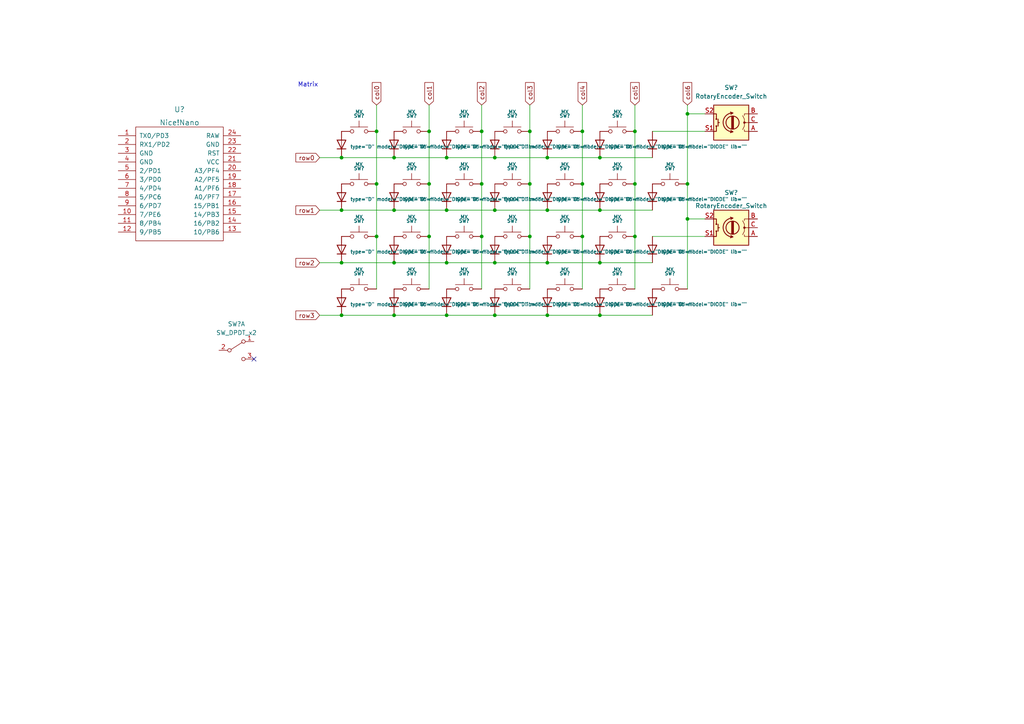
<source format=kicad_sch>
(kicad_sch (version 20211123) (generator eeschema)
  (paper "A4")
  (lib_symbols
    (symbol "Device:RotaryEncoder_Switch" (pin_names (offset 0.254) hide)
      (property "Reference" "SW" (at 0 6.604 0))
      (property "Value" "RotaryEncoder_Switch" (at 0 -6.604 0))
      (symbol "RotaryEncoder_Switch_0_1"
        (rectangle (start -5.08 5.08) (end 5.08 -5.08) (stroke (width 0.254)) (fill (type background)))
        (circle (center -3.81 0) (radius 0.254) (fill (type outline)))
        (arc (start -0.381 -2.794) (mid 2.3622 -0.0508) (end -0.381 2.667) (stroke (width 0.254)))
        (circle (center -0.381 0) (radius 1.905) (stroke (width 0.254)))
        (polyline (pts (xy -0.635 -1.778) (xy -0.635 1.778)) (stroke (width 0.254)))
        (polyline (pts (xy -0.381 -1.778) (xy -0.381 1.778)) (stroke (width 0.254)))
        (polyline (pts (xy -0.127 1.778) (xy -0.127 -1.778)) (stroke (width 0.254)))
        (polyline (pts (xy 3.81 0) (xy 3.429 0)) (stroke (width 0.254)))
        (polyline (pts (xy 3.81 1.016) (xy 3.81 -1.016)) (stroke (width 0.254)))
        (polyline (pts (xy -5.08 -2.54) (xy -3.81 -2.54) (xy -3.81 -2.032)))
        (polyline (pts (xy -5.08 2.54) (xy -3.81 2.54) (xy -3.81 2.032)))
        (polyline (pts (xy 0.254 -3.048) (xy -0.508 -2.794) (xy 0.127 -2.413)) (stroke (width 0.254)))
        (polyline (pts (xy 0.254 2.921) (xy -0.508 2.667) (xy 0.127 2.286)) (stroke (width 0.254)))
        (polyline (pts (xy 5.08 -2.54) (xy 4.318 -2.54) (xy 4.318 -1.016)) (stroke (width 0.254)))
        (polyline (pts (xy 5.08 2.54) (xy 4.318 2.54) (xy 4.318 1.016)) (stroke (width 0.254)))
        (polyline (pts (xy -5.08 0) (xy -3.81 0) (xy -3.81 -1.016) (xy -3.302 -2.032)))
        (polyline (pts (xy -4.318 0) (xy -3.81 0) (xy -3.81 1.016) (xy -3.302 2.032)))
        (circle (center 4.318 -1.016) (radius 0.127) (stroke (width 0.254)))
        (circle (center 4.318 1.016) (radius 0.127) (stroke (width 0.254)))
      )
      (symbol "RotaryEncoder_Switch_1_1"
        (pin passive line (at -7.62 2.54 0) (length 2.54) (name "A") (number "A"))
        (pin passive line (at -7.62 -2.54 0) (length 2.54) (name "B") (number "B"))
        (pin passive line (at -7.62 0 0) (length 2.54) (name "C") (number "C"))
        (pin passive line (at 7.62 2.54 180) (length 2.54) (name "S1") (number "S1"))
        (pin passive line (at 7.62 -2.54 180) (length 2.54) (name "S2") (number "S2"))
      )
    )
    (symbol "Simulation_SPICE:DIODE" (pin_numbers hide) (pin_names (offset 1.016) hide)
      (property "Reference" "D" (at 0 2.54 0))
      (property "Value" "DIODE" (at 0 -2.54 0))
      (symbol "DIODE_0_1"
        (polyline (pts (xy 1.27 0) (xy -1.27 0)))
        (polyline (pts (xy 1.27 1.27) (xy 1.27 -1.27)) (stroke (width 0.254)))
        (polyline (pts (xy -1.27 -1.27) (xy -1.27 1.27) (xy 1.27 0) (xy -1.27 -1.27)) (stroke (width 0.254)))
      )
      (symbol "DIODE_1_1"
        (pin passive line (at -3.81 0 0) (length 2.54) (name "A") (number "1"))
        (pin passive line (at 3.81 0 180) (length 2.54) (name "K") (number "2"))
      )
    )
    (symbol "Switch:SW_DPDT_x2" (pin_names (offset 0) hide)
      (property "Reference" "SW" (at 0 4.318 0))
      (property "Value" "SW_DPDT_x2" (at 0 -5.08 0))
      (symbol "SW_DPDT_x2_0_0"
        (circle (center -2.032 0) (radius 0.508))
        (circle (center 2.032 -2.54) (radius 0.508))
      )
      (symbol "SW_DPDT_x2_0_1"
        (polyline (pts (xy -1.524 0.254) (xy 1.651 2.286)))
        (circle (center 2.032 2.54) (radius 0.508))
      )
      (symbol "SW_DPDT_x2_1_1"
        (pin passive line (at 5.08 2.54 180) (length 2.54) (name "A") (number "1"))
        (pin passive line (at -5.08 0 0) (length 2.54) (name "B") (number "2"))
        (pin passive line (at 5.08 -2.54 180) (length 2.54) (name "C") (number "3"))
      )
      (symbol "SW_DPDT_x2_2_1"
        (pin passive line (at 5.08 2.54 180) (length 2.54) (name "A") (number "4"))
        (pin passive line (at -5.08 0 0) (length 2.54) (name "B") (number "5"))
        (pin passive line (at 5.08 -2.54 180) (length 2.54) (name "C") (number "6"))
      )
    )
    (symbol "Switch:SW_Push" (pin_numbers hide) (pin_names (offset 1.016) hide)
      (property "Reference" "SW" (at 1.27 2.54 0))
      (property "Value" "SW_Push" (at 0 -1.524 0))
      (symbol "SW_Push_0_1"
        (circle (center -2.032 0) (radius 0.508))
        (polyline (pts (xy 0 1.27) (xy 0 3.048)))
        (polyline (pts (xy 2.54 1.27) (xy -2.54 1.27)))
        (circle (center 2.032 0) (radius 0.508))
        (pin passive line (at -5.08 0 0) (length 2.54) (name "1") (number "1"))
        (pin passive line (at 5.08 0 180) (length 2.54) (name "2") (number "2"))
      )
    )
    (symbol "keebio:ProMicro" (pin_names (offset 1.016))
      (property "Reference" "U" (at 0 0 0))
      (property "Value" "ProMicro" (at 0 -19.05 0))
      (symbol "ProMicro_0_1"
        (rectangle (start -12.7 -16.51) (end 12.7 16.51))
      )
      (symbol "ProMicro_1_1"
        (pin input line (at -17.78 13.97 0) (length 5.08) (name "TX0/PD3") (number "1"))
        (pin input line (at -17.78 -8.89 0) (length 5.08) (name "7/PE6") (number "10"))
        (pin input line (at -17.78 -11.43 0) (length 5.08) (name "8/PB4") (number "11"))
        (pin input line (at -17.78 -13.97 0) (length 5.08) (name "9/PB5") (number "12"))
        (pin input line (at 17.78 -13.97 180) (length 5.08) (name "10/PB6") (number "13"))
        (pin input line (at 17.78 -11.43 180) (length 5.08) (name "16/PB2") (number "14"))
        (pin input line (at 17.78 -8.89 180) (length 5.08) (name "14/PB3") (number "15"))
        (pin input line (at 17.78 -6.35 180) (length 5.08) (name "15/PB1") (number "16"))
        (pin input line (at 17.78 -3.81 180) (length 5.08) (name "A0/PF7") (number "17"))
        (pin input line (at 17.78 -1.27 180) (length 5.08) (name "A1/PF6") (number "18"))
        (pin input line (at 17.78 1.27 180) (length 5.08) (name "A2/PF5") (number "19"))
        (pin input line (at -17.78 11.43 0) (length 5.08) (name "RX1/PD2") (number "2"))
        (pin input line (at 17.78 3.81 180) (length 5.08) (name "A3/PF4") (number "20"))
        (pin input line (at 17.78 6.35 180) (length 5.08) (name "VCC") (number "21"))
        (pin input line (at 17.78 8.89 180) (length 5.08) (name "RST") (number "22"))
        (pin input line (at 17.78 11.43 180) (length 5.08) (name "GND") (number "23"))
        (pin input line (at 17.78 13.97 180) (length 5.08) (name "RAW") (number "24"))
        (pin input line (at -17.78 8.89 0) (length 5.08) (name "GND") (number "3"))
        (pin input line (at -17.78 6.35 0) (length 5.08) (name "GND") (number "4"))
        (pin input line (at -17.78 3.81 0) (length 5.08) (name "2/PD1") (number "5"))
        (pin input line (at -17.78 1.27 0) (length 5.08) (name "3/PD0") (number "6"))
        (pin input line (at -17.78 -1.27 0) (length 5.08) (name "4/PD4") (number "7"))
        (pin input line (at -17.78 -3.81 0) (length 5.08) (name "5/PC6") (number "8"))
        (pin input line (at -17.78 -6.35 0) (length 5.08) (name "6/PD7") (number "9"))
      )
    )
  )
  (junction (at 99.06 76.2))
  (junction (at 184.15 53.34))
  (junction (at 158.75 45.72))
  (junction (at 129.54 76.2))
  (junction (at 184.15 38.1))
  (junction (at 158.75 76.2))
  (junction (at 139.7 53.34))
  (junction (at 173.99 60.96))
  (junction (at 168.91 53.34))
  (junction (at 199.39 33.02))
  (junction (at 99.06 60.96))
  (junction (at 124.46 53.34))
  (junction (at 158.75 60.96))
  (junction (at 129.54 60.96))
  (junction (at 199.39 63.5))
  (junction (at 153.67 38.1))
  (junction (at 114.3 45.72))
  (junction (at 153.67 53.34))
  (junction (at 184.15 68.58))
  (junction (at 99.06 91.44))
  (junction (at 129.54 45.72))
  (junction (at 99.06 45.72))
  (junction (at 114.3 91.44))
  (junction (at 139.7 38.1))
  (junction (at 114.3 76.2))
  (junction (at 158.75 91.44))
  (junction (at 143.51 76.2))
  (junction (at 143.51 60.96))
  (junction (at 173.99 76.2))
  (junction (at 143.51 45.72))
  (junction (at 109.22 68.58))
  (junction (at 173.99 91.44))
  (junction (at 173.99 45.72))
  (junction (at 124.46 68.58))
  (junction (at 109.22 38.1))
  (junction (at 168.91 68.58))
  (junction (at 139.7 68.58))
  (junction (at 199.39 53.34))
  (junction (at 114.3 60.96))
  (junction (at 168.91 38.1))
  (junction (at 109.22 53.34))
  (junction (at 143.51 91.44))
  (junction (at 129.54 91.44))
  (junction (at 153.67 68.58))
  (junction (at 124.46 38.1))
  (no_connect (at 73.66 104.14))
  (wire (pts (xy 173.99 60.96) (xy 189.23 60.96)))
  (wire (pts (xy 139.7 68.58) (xy 139.7 83.82)))
  (wire (pts (xy 199.39 33.02) (xy 199.39 53.34)))
  (wire (pts (xy 173.99 45.72) (xy 189.23 45.72)))
  (wire (pts (xy 189.23 38.1) (xy 204.47 38.1)))
  (wire (pts (xy 92.71 45.72) (xy 99.06 45.72)))
  (wire (pts (xy 114.3 45.72) (xy 129.54 45.72)))
  (wire (pts (xy 99.06 76.2) (xy 114.3 76.2)))
  (wire (pts (xy 129.54 60.96) (xy 143.51 60.96)))
  (wire (pts (xy 109.22 68.58) (xy 109.22 83.82)))
  (wire (pts (xy 184.15 30.48) (xy 184.15 38.1)))
  (wire (pts (xy 199.39 33.02) (xy 204.47 33.02)))
  (wire (pts (xy 158.75 91.44) (xy 173.99 91.44)))
  (wire (pts (xy 114.3 91.44) (xy 129.54 91.44)))
  (wire (pts (xy 168.91 30.48) (xy 168.91 38.1)))
  (wire (pts (xy 99.06 60.96) (xy 114.3 60.96)))
  (wire (pts (xy 124.46 53.34) (xy 124.46 68.58)))
  (wire (pts (xy 139.7 30.48) (xy 139.7 38.1)))
  (wire (pts (xy 124.46 30.48) (xy 124.46 38.1)))
  (wire (pts (xy 99.06 45.72) (xy 114.3 45.72)))
  (wire (pts (xy 184.15 68.58) (xy 184.15 83.82)))
  (wire (pts (xy 109.22 53.34) (xy 109.22 68.58)))
  (wire (pts (xy 143.51 91.44) (xy 158.75 91.44)))
  (wire (pts (xy 143.51 76.2) (xy 158.75 76.2)))
  (wire (pts (xy 184.15 53.34) (xy 184.15 68.58)))
  (wire (pts (xy 129.54 45.72) (xy 143.51 45.72)))
  (wire (pts (xy 168.91 53.34) (xy 168.91 68.58)))
  (wire (pts (xy 139.7 38.1) (xy 139.7 53.34)))
  (wire (pts (xy 153.67 38.1) (xy 153.67 53.34)))
  (wire (pts (xy 189.23 68.58) (xy 204.47 68.58)))
  (wire (pts (xy 109.22 38.1) (xy 109.22 53.34)))
  (wire (pts (xy 153.67 68.58) (xy 153.67 83.82)))
  (wire (pts (xy 139.7 53.34) (xy 139.7 68.58)))
  (wire (pts (xy 173.99 76.2) (xy 189.23 76.2)))
  (wire (pts (xy 129.54 91.44) (xy 143.51 91.44)))
  (wire (pts (xy 109.22 30.48) (xy 109.22 38.1)))
  (wire (pts (xy 124.46 38.1) (xy 124.46 53.34)))
  (wire (pts (xy 158.75 60.96) (xy 173.99 60.96)))
  (wire (pts (xy 99.06 91.44) (xy 114.3 91.44)))
  (wire (pts (xy 92.71 76.2) (xy 99.06 76.2)))
  (wire (pts (xy 158.75 76.2) (xy 173.99 76.2)))
  (wire (pts (xy 153.67 30.48) (xy 153.67 38.1)))
  (wire (pts (xy 199.39 63.5) (xy 204.47 63.5)))
  (wire (pts (xy 114.3 76.2) (xy 129.54 76.2)))
  (wire (pts (xy 129.54 76.2) (xy 143.51 76.2)))
  (wire (pts (xy 143.51 45.72) (xy 158.75 45.72)))
  (wire (pts (xy 114.3 60.96) (xy 129.54 60.96)))
  (wire (pts (xy 199.39 30.48) (xy 199.39 33.02)))
  (wire (pts (xy 168.91 68.58) (xy 168.91 83.82)))
  (wire (pts (xy 168.91 38.1) (xy 168.91 53.34)))
  (wire (pts (xy 143.51 60.96) (xy 158.75 60.96)))
  (wire (pts (xy 92.71 60.96) (xy 99.06 60.96)))
  (wire (pts (xy 124.46 68.58) (xy 124.46 83.82)))
  (wire (pts (xy 92.71 91.44) (xy 99.06 91.44)))
  (wire (pts (xy 184.15 38.1) (xy 184.15 53.34)))
  (wire (pts (xy 199.39 63.5) (xy 199.39 83.82)))
  (wire (pts (xy 158.75 45.72) (xy 173.99 45.72)))
  (wire (pts (xy 199.39 53.34) (xy 199.39 63.5)))
  (wire (pts (xy 153.67 53.34) (xy 153.67 68.58)))
  (wire (pts (xy 173.99 91.44) (xy 189.23 91.44)))
  (text "Matrix" (at 86.36 25.4 0) (effects (font (size 1.27 1.27)) (justify left bottom)))
  (global_label "row3" (shape input) (at 92.71 91.44 180) (property "Intersheet References" "${INTERSHEET_REFS}" (effects hide)))
  (global_label "row1" (shape input) (at 92.71 60.96 180) (property "Intersheet References" "${INTERSHEET_REFS}" (effects hide)))
  (global_label "row0" (shape input) (at 92.71 45.72 180) (property "Intersheet References" "${INTERSHEET_REFS}" (effects hide)))
  (global_label "col2" (shape input) (at 139.7 30.48 90) (property "Intersheet References" "${INTERSHEET_REFS}" (effects hide)))
  (global_label "col0" (shape input) (at 109.22 30.48 90) (property "Intersheet References" "${INTERSHEET_REFS}" (effects hide)))
  (global_label "col1" (shape input) (at 124.46 30.48 90) (property "Intersheet References" "${INTERSHEET_REFS}" (effects hide)))
  (global_label "row2" (shape input) (at 92.71 76.2 180) (property "Intersheet References" "${INTERSHEET_REFS}" (effects hide)))
  (global_label "col4" (shape input) (at 168.91 30.48 90) (property "Intersheet References" "${INTERSHEET_REFS}" (effects hide)))
  (global_label "col3" (shape input) (at 153.67 30.48 90) (property "Intersheet References" "${INTERSHEET_REFS}" (effects hide)))
  (global_label "col5" (shape input) (at 184.15 30.48 90) (property "Intersheet References" "${INTERSHEET_REFS}" (effects hide)))
  (global_label "col6" (shape input) (at 199.39 30.48 90) (property "Intersheet References" "${INTERSHEET_REFS}" (effects hide)))
  (symbol (lib_id "Switch:SW_Push") (at 163.83 53.34 0) (unit 1)
    (property "Reference" "SW?" (at 163.83 48.26 0) (effects (font (size 1 1)) (justify top)))
    (property "Value" "MX" (at 163.83 48.26 0) (effects (font (size 1 1)) (justify bottom)))
  )
  (symbol (lib_id "Switch:SW_Push") (at 104.14 38.1 0) (unit 1)
    (property "Reference" "SW?" (at 104.14 33.02 0) (effects (font (size 1 1)) (justify top)))
    (property "Value" "MX" (at 104.14 33.02 0) (effects (font (size 1 1)) (justify bottom)))
  )
  (symbol (lib_id "Switch:SW_Push") (at 148.59 38.1 0) (unit 1)
    (property "Reference" "SW?" (at 148.59 33.02 0) (effects (font (size 1 1)) (justify top)))
    (property "Value" "MX" (at 148.59 33.02 0) (effects (font (size 1 1)) (justify bottom)))
  )
  (symbol (lib_id "Switch:SW_Push") (at 104.14 68.58 0) (unit 1)
    (property "Reference" "SW?" (at 104.14 63.5 0) (effects (font (size 1 1)) (justify top)))
    (property "Value" "MX" (at 104.14 63.5 0) (effects (font (size 1 1)) (justify bottom)))
  )
  (symbol (lib_id "Simulation_SPICE:DIODE") (at 99.06 57.15 270) (unit 1)
    (property "Reference" "D?" (effects hide))
    (property "Value" "DIODE" (at 101.6 57.785 90) (effects (font (size 1 1)) (justify left)))
    (property "Spice_Netlist_Enabled" "Y" (effects hide))
    (property "Spice_Primitive" "D" (effects hide))
  )
  (symbol (lib_id "Switch:SW_Push") (at 179.07 53.34 0) (unit 1)
    (property "Reference" "SW?" (at 179.07 48.26 0) (effects (font (size 1 1)) (justify top)))
    (property "Value" "MX" (at 179.07 48.26 0) (effects (font (size 1 1)) (justify bottom)))
  )
  (symbol (lib_id "Simulation_SPICE:DIODE") (at 158.75 72.39 270) (unit 1)
    (property "Reference" "D?" (effects hide))
    (property "Value" "DIODE" (at 161.29 73.025 90) (effects (font (size 1 1)) (justify left)))
    (property "Spice_Netlist_Enabled" "Y" (effects hide))
    (property "Spice_Primitive" "D" (effects hide))
  )
  (symbol (lib_id "Simulation_SPICE:DIODE") (at 173.99 57.15 270) (unit 1)
    (property "Reference" "D?" (effects hide))
    (property "Value" "DIODE" (at 176.53 57.785 90) (effects (font (size 1 1)) (justify left)))
    (property "Spice_Netlist_Enabled" "Y" (effects hide))
    (property "Spice_Primitive" "D" (effects hide))
  )
  (symbol (lib_id "Simulation_SPICE:DIODE") (at 143.51 87.63 270) (unit 1)
    (property "Reference" "D?" (effects hide))
    (property "Value" "DIODE" (at 146.05 88.265 90) (effects (font (size 1 1)) (justify left)))
    (property "Spice_Netlist_Enabled" "Y" (effects hide))
    (property "Spice_Primitive" "D" (effects hide))
  )
  (symbol (lib_id "Simulation_SPICE:DIODE") (at 189.23 57.15 270) (unit 1)
    (property "Reference" "D?" (effects hide))
    (property "Value" "DIODE" (at 191.77 57.785 90) (effects (font (size 1 1)) (justify left)))
    (property "Spice_Netlist_Enabled" "Y" (effects hide))
    (property "Spice_Primitive" "D" (effects hide))
  )
  (symbol (lib_id "Simulation_SPICE:DIODE") (at 129.54 41.91 270) (unit 1)
    (property "Reference" "D?" (effects hide))
    (property "Value" "DIODE" (at 132.08 42.545 90) (effects (font (size 1 1)) (justify left)))
    (property "Spice_Netlist_Enabled" "Y" (effects hide))
    (property "Spice_Primitive" "D" (effects hide))
  )
  (symbol (lib_id "Simulation_SPICE:DIODE") (at 189.23 72.39 270) (unit 1)
    (property "Reference" "D?" (effects hide))
    (property "Value" "DIODE" (at 191.77 73.025 90) (effects (font (size 1 1)) (justify left)))
    (property "Spice_Netlist_Enabled" "Y" (effects hide))
    (property "Spice_Primitive" "D" (effects hide))
  )
  (symbol (lib_id "Simulation_SPICE:DIODE") (at 129.54 87.63 270) (unit 1)
    (property "Reference" "D?" (effects hide))
    (property "Value" "DIODE" (at 132.08 88.265 90) (effects (font (size 1 1)) (justify left)))
    (property "Spice_Netlist_Enabled" "Y" (effects hide))
    (property "Spice_Primitive" "D" (effects hide))
  )
  (symbol (lib_id "Simulation_SPICE:DIODE") (at 129.54 57.15 270) (unit 1)
    (property "Reference" "D?" (effects hide))
    (property "Value" "DIODE" (at 132.08 57.785 90) (effects (font (size 1 1)) (justify left)))
    (property "Spice_Netlist_Enabled" "Y" (effects hide))
    (property "Spice_Primitive" "D" (effects hide))
  )
  (symbol (lib_id "Simulation_SPICE:DIODE") (at 143.51 57.15 270) (unit 1)
    (property "Reference" "D?" (effects hide))
    (property "Value" "DIODE" (at 146.05 57.785 90) (effects (font (size 1 1)) (justify left)))
    (property "Spice_Netlist_Enabled" "Y" (effects hide))
    (property "Spice_Primitive" "D" (effects hide))
  )
  (symbol (lib_id "Switch:SW_Push") (at 148.59 53.34 0) (unit 1)
    (property "Reference" "SW?" (at 148.59 48.26 0) (effects (font (size 1 1)) (justify top)))
    (property "Value" "MX" (at 148.59 48.26 0) (effects (font (size 1 1)) (justify bottom)))
  )
  (symbol (lib_id "Switch:SW_Push") (at 163.83 38.1 0) (unit 1)
    (property "Reference" "SW?" (at 163.83 33.02 0) (effects (font (size 1 1)) (justify top)))
    (property "Value" "MX" (at 163.83 33.02 0) (effects (font (size 1 1)) (justify bottom)))
  )
  (symbol (lib_id "Switch:SW_Push") (at 134.62 83.82 0) (unit 1)
    (property "Reference" "SW?" (at 134.62 78.74 0) (effects (font (size 1 1)) (justify top)))
    (property "Value" "MX" (at 134.62 78.74 0) (effects (font (size 1 1)) (justify bottom)))
  )
  (symbol (lib_id "Simulation_SPICE:DIODE") (at 173.99 87.63 270) (unit 1)
    (property "Reference" "D?" (effects hide))
    (property "Value" "DIODE" (at 176.53 88.265 90) (effects (font (size 1 1)) (justify left)))
    (property "Spice_Netlist_Enabled" "Y" (effects hide))
    (property "Spice_Primitive" "D" (effects hide))
  )
  (symbol (lib_id "Switch:SW_Push") (at 119.38 38.1 0) (unit 1)
    (property "Reference" "SW?" (at 119.38 33.02 0) (effects (font (size 1 1)) (justify top)))
    (property "Value" "MX" (at 119.38 33.02 0) (effects (font (size 1 1)) (justify bottom)))
  )
  (symbol (lib_id "Switch:SW_Push") (at 163.83 68.58 0) (unit 1)
    (property "Reference" "SW?" (at 163.83 63.5 0) (effects (font (size 1 1)) (justify top)))
    (property "Value" "MX" (at 163.83 63.5 0) (effects (font (size 1 1)) (justify bottom)))
  )
  (symbol (lib_id "Switch:SW_Push") (at 104.14 53.34 0) (unit 1)
    (property "Reference" "SW?" (at 104.14 48.26 0) (effects (font (size 1 1)) (justify top)))
    (property "Value" "MX" (at 104.14 48.26 0) (effects (font (size 1 1)) (justify bottom)))
  )
  (symbol (lib_id "Switch:SW_Push") (at 104.14 83.82 0) (unit 1)
    (property "Reference" "SW?" (at 104.14 78.74 0) (effects (font (size 1 1)) (justify top)))
    (property "Value" "MX" (at 104.14 78.74 0) (effects (font (size 1 1)) (justify bottom)))
  )
  (symbol (lib_id "Simulation_SPICE:DIODE") (at 173.99 72.39 270) (unit 1)
    (property "Reference" "D?" (effects hide))
    (property "Value" "DIODE" (at 176.53 73.025 90) (effects (font (size 1 1)) (justify left)))
    (property "Spice_Netlist_Enabled" "Y" (effects hide))
    (property "Spice_Primitive" "D" (effects hide))
  )
  (symbol (lib_id "Simulation_SPICE:DIODE") (at 158.75 41.91 270) (unit 1)
    (property "Reference" "D?" (effects hide))
    (property "Value" "DIODE" (at 161.29 42.545 90) (effects (font (size 1 1)) (justify left)))
    (property "Spice_Netlist_Enabled" "Y" (effects hide))
    (property "Spice_Primitive" "D" (effects hide))
  )
  (symbol (lib_id "Switch:SW_Push") (at 179.07 38.1 0) (unit 1)
    (property "Reference" "SW?" (at 179.07 33.02 0) (effects (font (size 1 1)) (justify top)))
    (property "Value" "MX" (at 179.07 33.02 0) (effects (font (size 1 1)) (justify bottom)))
  )
  (symbol (lib_id "Switch:SW_Push") (at 134.62 53.34 0) (unit 1)
    (property "Reference" "SW?" (at 134.62 48.26 0) (effects (font (size 1 1)) (justify top)))
    (property "Value" "MX" (at 134.62 48.26 0) (effects (font (size 1 1)) (justify bottom)))
  )
  (symbol (lib_id "Device:RotaryEncoder_Switch") (at 212.09 35.56 180) (unit 1)
    (property "Reference" "SW?" (at 212.09 25.4 0))
    (property "Value" "RotaryEncoder_Switch" (at 212.09 27.94 0))
  )
  (symbol (lib_id "Simulation_SPICE:DIODE") (at 99.06 72.39 270) (unit 1)
    (property "Reference" "D?" (effects hide))
    (property "Value" "DIODE" (at 101.6 73.025 90) (effects (font (size 1 1)) (justify left)))
    (property "Spice_Netlist_Enabled" "Y" (effects hide))
    (property "Spice_Primitive" "D" (effects hide))
  )
  (symbol (lib_id "Simulation_SPICE:DIODE") (at 114.3 41.91 270) (unit 1)
    (property "Reference" "D?" (effects hide))
    (property "Value" "DIODE" (at 116.84 42.545 90) (effects (font (size 1 1)) (justify left)))
    (property "Spice_Netlist_Enabled" "Y" (effects hide))
    (property "Spice_Primitive" "D" (effects hide))
  )
  (symbol (lib_id "Simulation_SPICE:DIODE") (at 143.51 41.91 270) (unit 1)
    (property "Reference" "D?" (effects hide))
    (property "Value" "DIODE" (at 146.05 42.545 90) (effects (font (size 1 1)) (justify left)))
    (property "Spice_Netlist_Enabled" "Y" (effects hide))
    (property "Spice_Primitive" "D" (effects hide))
  )
  (symbol (lib_id "Switch:SW_Push") (at 119.38 68.58 0) (unit 1)
    (property "Reference" "SW?" (at 119.38 63.5 0) (effects (font (size 1 1)) (justify top)))
    (property "Value" "MX" (at 119.38 63.5 0) (effects (font (size 1 1)) (justify bottom)))
  )
  (symbol (lib_id "Switch:SW_Push") (at 179.07 68.58 0) (unit 1)
    (property "Reference" "SW?" (at 179.07 63.5 0) (effects (font (size 1 1)) (justify top)))
    (property "Value" "MX" (at 179.07 63.5 0) (effects (font (size 1 1)) (justify bottom)))
  )
  (symbol (lib_id "Switch:SW_Push") (at 119.38 83.82 0) (unit 1)
    (property "Reference" "SW?" (at 119.38 78.74 0) (effects (font (size 1 1)) (justify top)))
    (property "Value" "MX" (at 119.38 78.74 0) (effects (font (size 1 1)) (justify bottom)))
  )
  (symbol (lib_id "Simulation_SPICE:DIODE") (at 173.99 41.91 270) (unit 1)
    (property "Reference" "D?" (effects hide))
    (property "Value" "DIODE" (at 176.53 42.545 90) (effects (font (size 1 1)) (justify left)))
    (property "Spice_Netlist_Enabled" "Y" (effects hide))
    (property "Spice_Primitive" "D" (effects hide))
  )
  (symbol (lib_id "keebio:ProMicro") (at 52.07 53.34 0) (unit 1)
    (property "Reference" "U?" (at 52.07 31.75 0) (effects (font (size 1.524 1.524))))
    (property "Value" "Nice!Nano" (at 52.07 35.56 0) (effects (font (size 1.524 1.524))))
  )
  (symbol (lib_id "Simulation_SPICE:DIODE") (at 129.54 72.39 270) (unit 1)
    (property "Reference" "D?" (effects hide))
    (property "Value" "DIODE" (at 132.08 73.025 90) (effects (font (size 1 1)) (justify left)))
    (property "Spice_Netlist_Enabled" "Y" (effects hide))
    (property "Spice_Primitive" "D" (effects hide))
  )
  (symbol (lib_id "Simulation_SPICE:DIODE") (at 99.06 41.91 270) (unit 1)
    (property "Reference" "D?" (effects hide))
    (property "Value" "DIODE" (at 101.6 42.545 90) (effects (font (size 1 1)) (justify left)))
    (property "Spice_Netlist_Enabled" "Y" (effects hide))
    (property "Spice_Primitive" "D" (effects hide))
  )
  (symbol (lib_id "Simulation_SPICE:DIODE") (at 114.3 87.63 270) (unit 1)
    (property "Reference" "D?" (effects hide))
    (property "Value" "DIODE" (at 116.84 88.265 90) (effects (font (size 1 1)) (justify left)))
    (property "Spice_Netlist_Enabled" "Y" (effects hide))
    (property "Spice_Primitive" "D" (effects hide))
  )
  (symbol (lib_id "Simulation_SPICE:DIODE") (at 114.3 57.15 270) (unit 1)
    (property "Reference" "D?" (effects hide))
    (property "Value" "DIODE" (at 116.84 57.785 90) (effects (font (size 1 1)) (justify left)))
    (property "Spice_Netlist_Enabled" "Y" (effects hide))
    (property "Spice_Primitive" "D" (effects hide))
  )
  (symbol (lib_id "Simulation_SPICE:DIODE") (at 158.75 57.15 270) (unit 1)
    (property "Reference" "D?" (effects hide))
    (property "Value" "DIODE" (at 161.29 57.785 90) (effects (font (size 1 1)) (justify left)))
    (property "Spice_Netlist_Enabled" "Y" (effects hide))
    (property "Spice_Primitive" "D" (effects hide))
  )
  (symbol (lib_id "Switch:SW_Push") (at 163.83 83.82 0) (unit 1)
    (property "Reference" "SW?" (at 163.83 78.74 0) (effects (font (size 1 1)) (justify top)))
    (property "Value" "MX" (at 163.83 78.74 0) (effects (font (size 1 1)) (justify bottom)))
  )
  (symbol (lib_id "Simulation_SPICE:DIODE") (at 189.23 87.63 270) (unit 1)
    (property "Reference" "D?" (effects hide))
    (property "Value" "DIODE" (at 191.77 88.265 90) (effects (font (size 1 1)) (justify left)))
    (property "Spice_Netlist_Enabled" "Y" (effects hide))
    (property "Spice_Primitive" "D" (effects hide))
  )
  (symbol (lib_id "Simulation_SPICE:DIODE") (at 114.3 72.39 270) (unit 1)
    (property "Reference" "D?" (effects hide))
    (property "Value" "DIODE" (at 116.84 73.025 90) (effects (font (size 1 1)) (justify left)))
    (property "Spice_Netlist_Enabled" "Y" (effects hide))
    (property "Spice_Primitive" "D" (effects hide))
  )
  (symbol (lib_id "Device:RotaryEncoder_Switch") (at 212.09 66.04 180) (unit 1)
    (property "Reference" "SW?" (at 212.09 55.88 0))
    (property "Value" "RotaryEncoder_Switch" (at 212.09 59.69 0))
  )
  (symbol (lib_id "Simulation_SPICE:DIODE") (at 189.23 41.91 270) (unit 1)
    (property "Reference" "D?" (effects hide))
    (property "Value" "DIODE" (at 191.77 42.545 90) (effects (font (size 1 1)) (justify left)))
    (property "Spice_Netlist_Enabled" "Y" (effects hide))
    (property "Spice_Primitive" "D" (effects hide))
  )
  (symbol (lib_id "Switch:SW_Push") (at 148.59 83.82 0) (unit 1)
    (property "Reference" "SW?" (at 148.59 78.74 0) (effects (font (size 1 1)) (justify top)))
    (property "Value" "MX" (at 148.59 78.74 0) (effects (font (size 1 1)) (justify bottom)))
  )
  (symbol (lib_id "Switch:SW_Push") (at 134.62 68.58 0) (unit 1)
    (property "Reference" "SW?" (at 134.62 63.5 0) (effects (font (size 1 1)) (justify top)))
    (property "Value" "MX" (at 134.62 63.5 0) (effects (font (size 1 1)) (justify bottom)))
  )
  (symbol (lib_id "Simulation_SPICE:DIODE") (at 158.75 87.63 270) (unit 1)
    (property "Reference" "D?" (effects hide))
    (property "Value" "DIODE" (at 161.29 88.265 90) (effects (font (size 1 1)) (justify left)))
    (property "Spice_Netlist_Enabled" "Y" (effects hide))
    (property "Spice_Primitive" "D" (effects hide))
  )
  (symbol (lib_id "Simulation_SPICE:DIODE") (at 99.06 87.63 270) (unit 1)
    (property "Reference" "D?" (effects hide))
    (property "Value" "DIODE" (at 101.6 88.265 90) (effects (font (size 1 1)) (justify left)))
    (property "Spice_Netlist_Enabled" "Y" (effects hide))
    (property "Spice_Primitive" "D" (effects hide))
  )
  (symbol (lib_id "Switch:SW_DPDT_x2") (at 68.58 101.6 0) (unit 1)
    (property "Reference" "SW?" (at 68.58 93.98 0))
    (property "Value" "SW_DPDT_x2" (at 68.58 96.52 0))
  )
  (symbol (lib_id "Simulation_SPICE:DIODE") (at 143.51 72.39 270) (unit 1)
    (property "Reference" "D?" (effects hide))
    (property "Value" "DIODE" (at 146.05 73.025 90) (effects (font (size 1 1)) (justify left)))
    (property "Spice_Netlist_Enabled" "Y" (effects hide))
    (property "Spice_Primitive" "D" (effects hide))
  )
  (symbol (lib_id "Switch:SW_Push") (at 194.31 53.34 0) (unit 1)
    (property "Reference" "SW?" (at 194.31 48.26 0) (effects (font (size 1 1)) (justify top)))
    (property "Value" "MX" (at 194.31 48.26 0) (effects (font (size 1 1)) (justify bottom)))
  )
  (symbol (lib_id "Switch:SW_Push") (at 148.59 68.58 0) (unit 1)
    (property "Reference" "SW?" (at 148.59 63.5 0) (effects (font (size 1 1)) (justify top)))
    (property "Value" "MX" (at 148.59 63.5 0) (effects (font (size 1 1)) (justify bottom)))
  )
  (symbol (lib_id "Switch:SW_Push") (at 134.62 38.1 0) (unit 1)
    (property "Reference" "SW?" (at 134.62 33.02 0) (effects (font (size 1 1)) (justify top)))
    (property "Value" "MX" (at 134.62 33.02 0) (effects (font (size 1 1)) (justify bottom)))
  )
  (symbol (lib_id "Switch:SW_Push") (at 179.07 83.82 0) (unit 1)
    (property "Reference" "SW?" (at 179.07 78.74 0) (effects (font (size 1 1)) (justify top)))
    (property "Value" "MX" (at 179.07 78.74 0) (effects (font (size 1 1)) (justify bottom)))
  )
  (symbol (lib_id "Switch:SW_Push") (at 194.31 83.82 0) (unit 1)
    (property "Reference" "SW?" (at 194.31 78.74 0) (effects (font (size 1 1)) (justify top)))
    (property "Value" "MX" (at 194.31 78.74 0) (effects (font (size 1 1)) (justify bottom)))
  )
  (symbol (lib_id "Switch:SW_Push") (at 119.38 53.34 0) (unit 1)
    (property "Reference" "SW?" (at 119.38 48.26 0) (effects (font (size 1 1)) (justify top)))
    (property "Value" "MX" (at 119.38 48.26 0) (effects (font (size 1 1)) (justify bottom)))
  )
)
</source>
